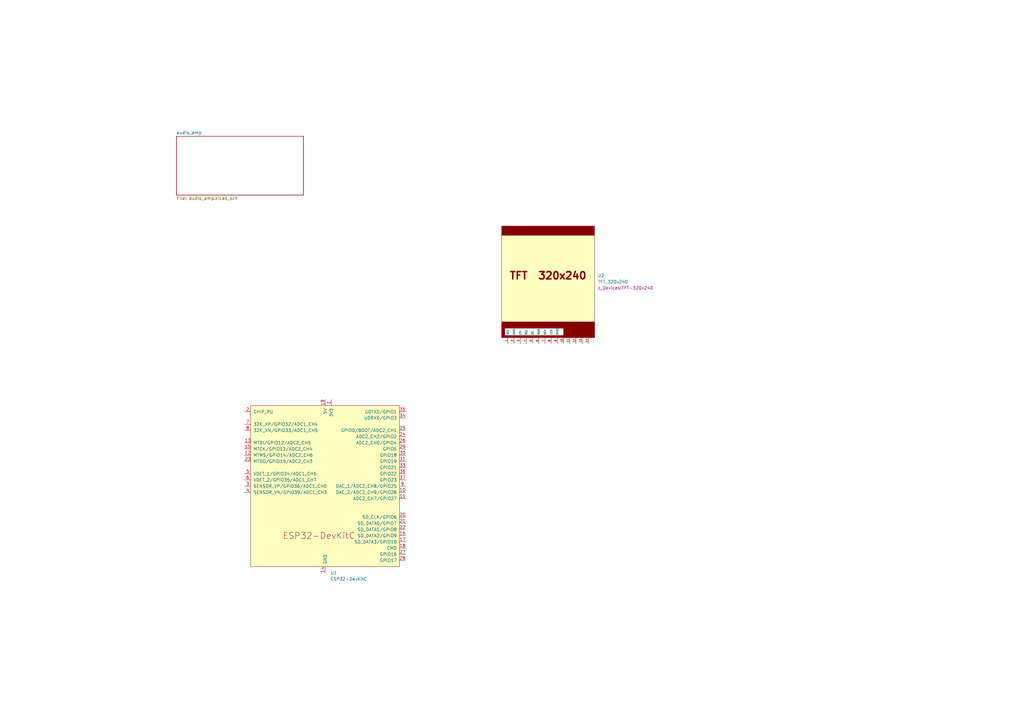
<source format=kicad_sch>
(kicad_sch (version 20230121) (generator eeschema)
  (paper "A3")
  (lib_symbols
    (symbol "MyLibrary:TFT_320x240" (pin_names (offset 1.016))
      (property "Reference" "U?" (at 20.32 25.4001 0))
      (property "Value" "TFT_320x240" (at 20.32 22.8601 0))
      (property "Footprint" "z_Devices:TFT-320x240" (at 20.32 20.3201 0))
      (symbol "TFT_320x240_0_0"
        (text "TFT  320x240" (at 0 25.4 0) (effects (font (size 2.9972 2.9972) bold)))
      )
      (symbol "TFT_320x240_0_1"
        (rectangle (start -19.05 0) (end 19.05 0.8382) (fill (type outline)))
        (rectangle (start -19.05 0) (end 19.05 6.35))
        (rectangle (start -19.05 6.35) (end 19.05 3.81) (fill (type outline)))
        (rectangle (start -19.05 6.35) (end 19.05 41.91) (fill (type background)))
        (rectangle (start -19.05 41.91) (end 19.05 45.72) (fill (type outline)))
        (rectangle (start -17.78 0) (end -19.05 3.81) (fill (type outline)))
        (rectangle (start 19.05 0) (end 6.35 3.81) (fill (type outline)))
      )
      (symbol "TFT_320x240_1_1"
        (pin power_in line (at -16.51 -2.54 90) (length 2.54) (name "VCC") (number "1"))
        (pin bidirectional line (at 6.35 -2.54 90) (length 2.54) (name "~") (number "10"))
        (pin bidirectional line (at 8.89 -2.54 90) (length 2.54) (name "~") (number "11"))
        (pin bidirectional line (at 11.43 -2.54 90) (length 2.54) (name "~") (number "12"))
        (pin bidirectional line (at 13.97 -2.54 90) (length 2.54) (name "~") (number "13"))
        (pin bidirectional line (at 16.51 -2.54 90) (length 2.54) (name "~") (number "14"))
        (pin bidirectional line (at -13.97 -2.54 90) (length 2.54) (name "GND") (number "2"))
        (pin bidirectional line (at -11.43 -2.54 90) (length 2.54) (name "CS") (number "3"))
        (pin bidirectional line (at -8.89 -2.54 90) (length 2.54) (name "RST") (number "4"))
        (pin bidirectional line (at -6.35 -2.54 90) (length 2.54) (name "DC") (number "5"))
        (pin bidirectional line (at -3.81 -2.54 90) (length 2.54) (name "MOSI") (number "6"))
        (pin bidirectional line (at -1.27 -2.54 90) (length 2.54) (name "SCK") (number "7"))
        (pin power_in line (at 1.27 -2.54 90) (length 2.54) (name "LED") (number "8"))
        (pin bidirectional line (at 3.81 -2.54 90) (length 2.54) (name "MISO") (number "9"))
      )
    )
    (symbol "PCM_Espressif:ESP32-DevKitC" (pin_names (offset 1.016))
      (property "Reference" "U" (at -30.48 38.1 0))
      (property "Value" "ESP32-DevKitC" (at -30.48 35.56 0))
      (symbol "ESP32-DevKitC_0_0"
        (text "ESP32-DevKitC" (at -2.54 -20.32 0) (effects (font (size 2.54 2.54))))
        (pin power_in line (at 0 -35.56 90) (length 2.54) (name "GND") (number "14"))
        (pin power_in line (at 0 35.56 270) (length 2.54) (name "5V") (number "19"))
      )
      (symbol "ESP32-DevKitC_0_1"
        (rectangle (start -30.48 33.02) (end 30.48 -33.02) (fill (type background)))
      )
      (symbol "ESP32-DevKitC_1_1"
        (pin power_in line (at 2.54 35.56 270) (length 2.54) (name "3V3") (number "1"))
        (pin bidirectional line (at 33.02 -2.54 180) (length 2.54) (name "DAC_2/ADC2_CH9/GPIO26") (number "10"))
        (pin bidirectional line (at 33.02 -5.08 180) (length 2.54) (name "ADC2_CH7/GPIO27") (number "11"))
        (pin bidirectional line (at -33.02 12.7 0) (length 2.54) (name "MTMS/GPIO14/ADC2_CH6") (number "12"))
        (pin bidirectional line (at -33.02 17.78 0) (length 2.54) (name "MTDI/GPIO12/ADC2_CH5") (number "13"))
        (pin bidirectional line (at -33.02 15.24 0) (length 2.54) (name "MTCK/GPIO13/ADC2_CH4") (number "15"))
        (pin bidirectional line (at 33.02 -20.32 180) (length 2.54) (name "SD_DATA2/GPIO9") (number "16"))
        (pin bidirectional line (at 33.02 -22.86 180) (length 2.54) (name "SD_DATA3/GPIO10") (number "17"))
        (pin bidirectional line (at 33.02 -25.4 180) (length 2.54) (name "CMD") (number "18"))
        (pin input line (at -33.02 30.48 0) (length 2.54) (name "CHIP_PU") (number "2"))
        (pin bidirectional line (at 33.02 -12.7 180) (length 2.54) (name "SD_CLK/GPIO6") (number "20"))
        (pin bidirectional line (at 33.02 -15.24 180) (length 2.54) (name "SD_DATA0/GPIO7") (number "21"))
        (pin bidirectional line (at 33.02 -17.78 180) (length 2.54) (name "SD_DATA1/GPIO8") (number "22"))
        (pin bidirectional line (at -33.02 10.16 0) (length 2.54) (name "MTDO/GPIO15/ADC2_CH3") (number "23"))
        (pin bidirectional line (at 33.02 20.32 180) (length 2.54) (name "ADC2_CH2/GPIO2") (number "24"))
        (pin bidirectional line (at 33.02 22.86 180) (length 2.54) (name "GPIO0/BOOT/ADC2_CH1") (number "25"))
        (pin bidirectional line (at 33.02 17.78 180) (length 2.54) (name "ADC2_CH0/GPIO4") (number "26"))
        (pin bidirectional line (at 33.02 -27.94 180) (length 2.54) (name "GPIO16") (number "27"))
        (pin bidirectional line (at 33.02 -30.48 180) (length 2.54) (name "GPIO17") (number "28"))
        (pin bidirectional line (at 33.02 15.24 180) (length 2.54) (name "GPIO5") (number "29"))
        (pin input line (at -33.02 0 0) (length 2.54) (name "SENSOR_VP/GPIO36/ADC1_CH0") (number "3"))
        (pin bidirectional line (at 33.02 12.7 180) (length 2.54) (name "GPIO18") (number "30"))
        (pin bidirectional line (at 33.02 10.16 180) (length 2.54) (name "GPIO19") (number "31"))
        (pin passive line (at 0 -35.56 90) (length 2.54) hide (name "GND") (number "32"))
        (pin bidirectional line (at 33.02 7.62 180) (length 2.54) (name "GPIO21") (number "33"))
        (pin bidirectional line (at 33.02 27.94 180) (length 2.54) (name "U0RXD/GPIO3") (number "34"))
        (pin bidirectional line (at 33.02 30.48 180) (length 2.54) (name "U0TXD/GPIO1") (number "35"))
        (pin bidirectional line (at 33.02 5.08 180) (length 2.54) (name "GPIO22") (number "36"))
        (pin bidirectional line (at 33.02 2.54 180) (length 2.54) (name "GPIO23") (number "37"))
        (pin passive line (at 0 -35.56 90) (length 2.54) hide (name "GND") (number "38"))
        (pin input line (at -33.02 -2.54 0) (length 2.54) (name "SENSOR_VN/GPIO39/ADC1_CH3") (number "4"))
        (pin input line (at -33.02 5.08 0) (length 2.54) (name "VDET_1/GPIO34/ADC1_CH6") (number "5"))
        (pin input line (at -33.02 2.54 0) (length 2.54) (name "VDET_2/GPIO35/ADC1_CH7") (number "6"))
        (pin bidirectional line (at -33.02 25.4 0) (length 2.54) (name "32K_XP/GPIO32/ADC1_CH4") (number "7"))
        (pin bidirectional line (at -33.02 22.86 0) (length 2.54) (name "32K_XN/GPIO33/ADC1_CH5") (number "8"))
        (pin bidirectional line (at 33.02 0 180) (length 2.54) (name "DAC_1/ADC2_CH8/GPIO25") (number "9"))
      )
    )
  )
  (symbol (lib_id "PCM_Espressif:ESP32-DevKitC") (at 133.35 199.39 0) (unit 1)
    (property "Reference" "U1" (at 135.5441 234.95 0) (effects (justify left)))
    (property "Value" "ESP32-DevKitC" (at 135.5441 237.49 0) (effects (justify left)))
    (property "Footprint" "PCM_Espressif:ESP32-DevKitC" (effects hide))
    (property "Datasheet" "https://docs.espressif.com/projects/esp-idf/zh_CN/latest/esp32/hw-reference/esp32/get-started-devkitc.html" (effects hide))
  )
  (symbol (lib_id "MyLibrary:TFT_320x240") (at 224.79 138.43 0) (unit 1)
    (property "Reference" "U2" (at 245.11 113.03 0) (effects (justify left)))
    (property "Value" "TFT_320x240" (at 245.11 115.57 0) (effects (justify left)))
    (property "Footprint" "z_Devices:TFT-320x240" (at 245.11 118.11 0) (effects (justify left)))
  )
  (sheet (at 72.39 55.88) (size 52.07 24.13) (stroke (width 0.1524))
    (property "Sheetname" "audio_amp" (at 72.39 55.1684 0) (effects (justify left bottom)))
    (property "Sheetfile" "audio_amp.kicad_sch" (at 72.39 80.5946 0) (effects (justify left top)))
  )
)
</source>
